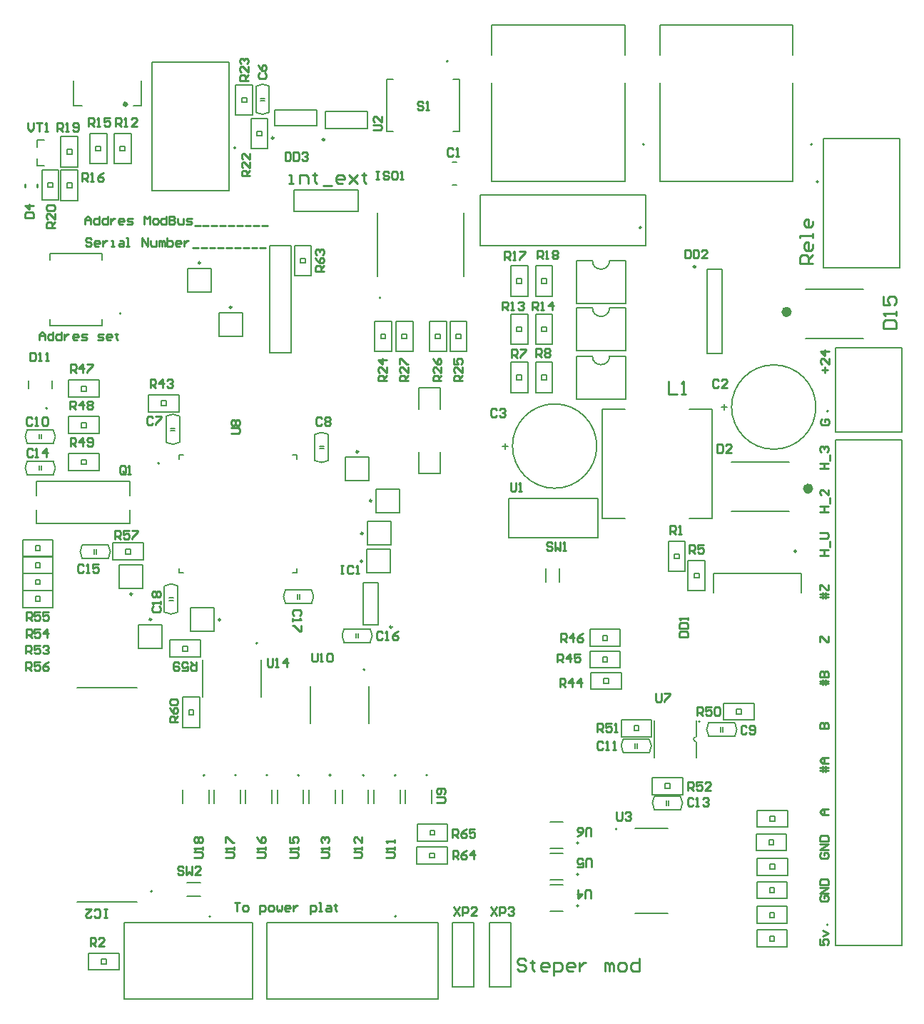
<source format=gto>
G04*
G04 #@! TF.GenerationSoftware,Altium Limited,Altium Designer,20.0.13 (296)*
G04*
G04 Layer_Color=65535*
%FSLAX44Y44*%
%MOMM*%
G71*
G01*
G75*
%ADD10C,0.2500*%
%ADD11C,0.6096*%
%ADD12C,0.2000*%
%ADD13C,0.1500*%
%ADD14C,0.1270*%
%ADD15C,0.1524*%
%ADD16C,0.5000*%
%ADD17C,0.1520*%
%ADD18C,0.2540*%
D10*
X927500Y537500D02*
G03*
X927500Y537500I-1250J0D01*
G01*
X367700Y1025500D02*
G03*
X367700Y1025500I-1250J0D01*
G01*
X307450Y1027500D02*
G03*
X307450Y1027500I-1250J0D01*
G01*
X139500Y486750D02*
G03*
X139500Y486750I-1250J0D01*
G01*
X808000Y874950D02*
G03*
X808000Y874950I-1250J0D01*
G01*
X257500Y826750D02*
G03*
X257500Y826750I-1250J0D01*
G01*
X220500Y879500D02*
G03*
X220500Y879500I-1250J0D01*
G01*
X407750Y655500D02*
G03*
X407750Y655500I-1250J0D01*
G01*
X423750Y597500D02*
G03*
X423750Y597500I-1250J0D01*
G01*
X413250Y558750D02*
G03*
X413250Y558750I-1250J0D01*
G01*
X412750Y525750D02*
G03*
X412750Y525750I-1250J0D01*
G01*
X447750Y447700D02*
G03*
X447750Y447700I-1250J0D01*
G01*
X244250Y456250D02*
G03*
X244250Y456250I-1250J0D01*
G01*
X162250Y456750D02*
G03*
X162250Y456750I-1250J0D01*
G01*
X12550Y968950D02*
Y972550D01*
X26950Y968950D02*
Y972550D01*
D11*
X919162Y821250D02*
G03*
X919162Y821250I-3162J0D01*
G01*
X944662Y611750D02*
G03*
X944662Y611750I-3162J0D01*
G01*
D12*
X38750Y707000D02*
G03*
X38750Y707000I-1000J0D01*
G01*
X434300Y838000D02*
G03*
X434300Y838000I-1000J0D01*
G01*
X288250Y428400D02*
G03*
X288250Y428400I-1000J0D01*
G01*
X163300Y134200D02*
G03*
X163300Y134200I-1000J0D01*
G01*
X950750Y708500D02*
G03*
X950750Y708500I-50000J0D01*
G01*
X690750Y662250D02*
G03*
X690750Y662250I-50000J0D01*
G01*
X669000Y117000D02*
G03*
X669000Y117000I-1000J0D01*
G01*
Y154500D02*
G03*
X669000Y154500I-1000J0D01*
G01*
Y191750D02*
G03*
X669000Y191750I-1000J0D01*
G01*
X225500Y271950D02*
G03*
X225500Y271950I-1000J0D01*
G01*
X263000D02*
G03*
X263000Y271950I-1000J0D01*
G01*
X300250D02*
G03*
X300250Y271950I-1000J0D01*
G01*
X337750D02*
G03*
X337750Y271950I-1000J0D01*
G01*
X375250D02*
G03*
X375250Y271950I-1000J0D01*
G01*
X414750D02*
G03*
X414750Y271950I-1000J0D01*
G01*
X490000D02*
G03*
X490000Y271950I-1000J0D01*
G01*
X452500D02*
G03*
X452500Y271950I-1000J0D01*
G01*
X126250Y819250D02*
G03*
X126250Y819250I-1000J0D01*
G01*
X514150Y1118650D02*
G03*
X514150Y1118650I-1000J0D01*
G01*
X171850Y641750D02*
G03*
X171850Y641750I-1000J0D01*
G01*
X953450Y975750D02*
G03*
X953450Y975750I-1000J0D01*
G01*
X965500Y703750D02*
G03*
X965500Y703750I-1000J0D01*
G01*
Y94750D02*
G03*
X965500Y94750I-1000J0D01*
G01*
X262200Y1015750D02*
G03*
X262200Y1015750I-1000J0D01*
G01*
X747100Y1019750D02*
G03*
X747100Y1019750I-1000J0D01*
G01*
X946600D02*
G03*
X946600Y1019750I-1000J0D01*
G01*
X714800Y208200D02*
G03*
X714800Y208200I-1000J0D01*
G01*
X232500Y104550D02*
G03*
X232500Y104550I-1000J0D01*
G01*
X415750Y397150D02*
G03*
X415750Y397150I-1000J0D01*
G01*
X452850Y104550D02*
G03*
X452850Y104550I-1000J0D01*
G01*
X303050Y899750D02*
X328450D01*
Y772750D02*
Y899750D01*
X303050Y772750D02*
Y899750D01*
Y772750D02*
X328450D01*
X933500Y488500D02*
Y511000D01*
X829500D02*
X933500D01*
X829500Y488500D02*
Y511000D01*
X838500Y708500D02*
X845500D01*
X842000Y705000D02*
Y712000D01*
X25500Y620250D02*
X136500D01*
X25500Y570250D02*
X136500D01*
Y603750D02*
Y620250D01*
Y570250D02*
Y586750D01*
X25500Y570250D02*
Y586750D01*
Y603750D02*
Y620250D01*
X578500Y662250D02*
X585500D01*
X582000Y658750D02*
Y665750D01*
X419000Y1039000D02*
Y1059000D01*
X369000Y1039000D02*
Y1059000D01*
X419000D01*
X369000Y1039000D02*
X419000D01*
X358750Y1042500D02*
Y1060500D01*
X308750Y1042500D02*
Y1060500D01*
X358750D01*
X308750Y1042500D02*
X358750D01*
X124250Y493250D02*
X152250D01*
X124250Y493250D02*
Y521250D01*
X152250D01*
X152250Y493250D02*
Y521250D01*
X407350Y940800D02*
Y966200D01*
X331150Y940800D02*
Y966200D01*
X407350D01*
X331150Y940800D02*
X407350D01*
X70250Y1065500D02*
X80250D01*
X70250D02*
Y1095500D01*
X141250Y1065500D02*
X150250D01*
Y1095500D01*
X821750Y772000D02*
X839750D01*
X821750Y872000D02*
X839750D01*
Y772000D02*
Y872000D01*
X821750Y772000D02*
Y872000D01*
X26250Y1017000D02*
Y1025000D01*
X35250D01*
X26250Y995000D02*
Y1003000D01*
Y995000D02*
X35250D01*
X242250Y820250D02*
X270250D01*
X270250Y792250D02*
Y820250D01*
X242250Y792250D02*
X270250D01*
X242250Y792250D02*
Y820250D01*
X205250Y873000D02*
X233250D01*
X233250Y845000D02*
Y873000D01*
X205250Y845000D02*
X233250D01*
X205250Y845000D02*
Y873000D01*
X392500Y649000D02*
X420500D01*
X420500Y621000D02*
Y649000D01*
X392500Y621000D02*
X420500D01*
X392500Y621000D02*
Y649000D01*
X429000Y583500D02*
Y611500D01*
X429000Y611500D02*
X457000D01*
Y583500D02*
Y611500D01*
X429000Y583500D02*
X457000D01*
X418500Y544750D02*
Y572750D01*
X418500Y572750D02*
X446500D01*
Y544750D02*
Y572750D01*
X418500Y544750D02*
X446500D01*
X505000Y630100D02*
Y655550D01*
X479250Y630100D02*
X505000D01*
X479250D02*
Y655550D01*
X479550Y706350D02*
Y731750D01*
X504950D01*
Y706350D02*
Y731750D01*
X418000Y511750D02*
Y539750D01*
X418000Y539750D02*
X446000D01*
Y511750D02*
Y539750D01*
X418000Y511750D02*
X446000D01*
X413500Y500250D02*
X431500D01*
X413500Y450250D02*
X431500D01*
X413500D02*
Y500250D01*
X431500Y450250D02*
Y500250D01*
X563800Y97500D02*
X589200D01*
X563800Y21300D02*
X589200D01*
X563800D02*
Y97500D01*
X589200Y21300D02*
Y97500D01*
X519800D02*
X545200D01*
X519800Y21300D02*
X545200D01*
X519800D02*
Y97500D01*
X545200Y21300D02*
Y97500D01*
X236500Y442250D02*
Y470250D01*
X208500Y442250D02*
X236500D01*
X208500D02*
Y470250D01*
X208500Y470250D02*
X236500D01*
X147000Y450250D02*
X175000D01*
X175000Y422250D02*
Y450250D01*
X147000Y422250D02*
X175000D01*
X147000Y422250D02*
Y450250D01*
X630500Y501250D02*
Y517250D01*
X646500Y501250D02*
Y517250D01*
X204750Y128250D02*
X220750D01*
X204750Y144250D02*
X220750D01*
D13*
X302262Y1088954D02*
G03*
X286350Y1088850I-7877J-12168D01*
G01*
X286238Y1057845D02*
G03*
X302150Y1057950I7877J12168D01*
G01*
X45954Y628237D02*
G03*
X45850Y644150I-12168J7877D01*
G01*
X14845Y644262D02*
G03*
X14950Y628350I12168J-7877D01*
G01*
X45954Y665488D02*
G03*
X45850Y681400I-12168J7877D01*
G01*
X14845Y681513D02*
G03*
X14950Y665600I12168J-7877D01*
G01*
X823546Y334263D02*
G03*
X823650Y318350I12168J-7877D01*
G01*
X854655Y318237D02*
G03*
X854550Y334150I-12168J7877D01*
G01*
X753204Y298738D02*
G03*
X753100Y314650I-12168J7877D01*
G01*
X722095Y314762D02*
G03*
X722200Y298850I12168J-7877D01*
G01*
X790204Y230987D02*
G03*
X790100Y246900I-12168J7877D01*
G01*
X759096Y247013D02*
G03*
X759200Y231100I12168J-7877D01*
G01*
X421954Y429487D02*
G03*
X421850Y445400I-12168J7877D01*
G01*
X390845Y445513D02*
G03*
X390950Y429600I12168J-7877D01*
G01*
X193762Y496455D02*
G03*
X177850Y496350I-7877J-12168D01*
G01*
X177738Y465345D02*
G03*
X193650Y465450I7877J12168D01*
G01*
X321296Y491763D02*
G03*
X321400Y475850I12168J-7877D01*
G01*
X352405Y475737D02*
G03*
X352300Y491650I-12168J7877D01*
G01*
X195763Y697704D02*
G03*
X179850Y697600I-7877J-12168D01*
G01*
X179737Y666595D02*
G03*
X195650Y666700I7877J12168D01*
G01*
X111205Y528988D02*
G03*
X111100Y544900I-12168J7877D01*
G01*
X80095Y545013D02*
G03*
X80200Y529100I12168J-7877D01*
G01*
X356237Y645045D02*
G03*
X372150Y645150I7877J12168D01*
G01*
X372262Y676155D02*
G03*
X356350Y676050I-7877J-12168D01*
G01*
X339000Y879500D02*
X344750D01*
X339000D02*
Y885000D01*
X344750D01*
Y879500D02*
Y885000D01*
X352000Y864250D02*
Y900250D01*
X332000Y864250D02*
X352000D01*
X332000Y900250D02*
X352000D01*
X332000Y864250D02*
Y900250D01*
X291550Y1074650D02*
X296850D01*
X291550Y1071850D02*
X296850D01*
X286250Y1058000D02*
Y1088750D01*
X302250Y1058000D02*
Y1088750D01*
X282250Y1054500D02*
Y1090500D01*
X262250Y1054500D02*
X282250D01*
X262250Y1090500D02*
X282250D01*
X262250Y1054500D02*
Y1090500D01*
X269500Y1069750D02*
Y1075250D01*
Y1069750D02*
X275250D01*
Y1075250D01*
X269500D02*
X275250D01*
X280250Y1014750D02*
Y1050750D01*
X300250D01*
X280250Y1014750D02*
X300250D01*
Y1050750D01*
X293000Y1030000D02*
Y1035500D01*
X287250D02*
X293000D01*
X287250Y1030000D02*
Y1035500D01*
Y1030000D02*
X293000D01*
X516750Y774500D02*
Y810500D01*
X536750D01*
X516750Y774500D02*
X536750D01*
Y810500D01*
X529500Y789750D02*
Y795250D01*
X523750D02*
X529500D01*
X523750Y789750D02*
Y795250D01*
Y789750D02*
X529500D01*
X512250Y774500D02*
Y810500D01*
X492250Y774500D02*
X512250D01*
X492250Y810500D02*
X512250D01*
X492250Y774500D02*
Y810500D01*
X499500Y789750D02*
Y795250D01*
Y789750D02*
X505250D01*
Y795250D01*
X499500D02*
X505250D01*
X452500Y774500D02*
Y810500D01*
X472500D01*
X452500Y774500D02*
X472500D01*
Y810500D01*
X465250Y789750D02*
Y795250D01*
X459500D02*
X465250D01*
X459500Y789750D02*
Y795250D01*
Y789750D02*
X465250D01*
X427500Y774500D02*
Y810500D01*
X447500D01*
X427500Y774500D02*
X447500D01*
Y810500D01*
X440250Y789750D02*
Y795250D01*
X434500D02*
X440250D01*
X434500Y789750D02*
Y795250D01*
Y789750D02*
X440250D01*
X589000Y725500D02*
Y761500D01*
X609000D01*
X589000Y725500D02*
X609000D01*
Y761500D01*
X601750Y740750D02*
Y746250D01*
X596000D02*
X601750D01*
X596000Y740750D02*
Y746250D01*
Y740750D02*
X601750D01*
X638250Y725500D02*
Y761500D01*
X618250Y725500D02*
X638250D01*
X618250Y761500D02*
X638250D01*
X618250Y725500D02*
Y761500D01*
X625500Y740750D02*
Y746250D01*
Y740750D02*
X631250D01*
Y746250D01*
X625500D02*
X631250D01*
X589000Y839750D02*
Y875750D01*
X609000D01*
X589000Y839750D02*
X609000D01*
Y875750D01*
X601750Y855000D02*
Y860500D01*
X596000D02*
X601750D01*
X596000Y855000D02*
Y860500D01*
Y855000D02*
X601750D01*
X589000Y782625D02*
Y818625D01*
X609000D01*
X589000Y782625D02*
X609000D01*
Y818625D01*
X601750Y797875D02*
Y803375D01*
X596000D02*
X601750D01*
X596000Y797875D02*
Y803375D01*
Y797875D02*
X601750D01*
X638250Y782625D02*
Y818625D01*
X618250Y782625D02*
X638250D01*
X618250Y818625D02*
X638250D01*
X618250Y782625D02*
Y818625D01*
X625500Y797875D02*
Y803375D01*
Y797875D02*
X631250D01*
Y803375D01*
X625500D02*
X631250D01*
X31650Y633650D02*
Y638950D01*
X28850Y633650D02*
Y638950D01*
X15000Y644250D02*
X45750D01*
X15000Y628250D02*
X45750D01*
X31650Y670900D02*
Y676200D01*
X28850Y670900D02*
Y676200D01*
X15000Y681500D02*
X45750D01*
X15000Y665500D02*
X45750D01*
X184500Y412250D02*
X220500D01*
X184500D02*
Y432250D01*
X220500Y412250D02*
Y432250D01*
X184500D02*
X220500D01*
X199750Y425000D02*
X205250D01*
X199750Y419250D02*
Y425000D01*
Y419250D02*
X205250D01*
Y425000D01*
X199750Y328500D02*
Y364500D01*
X219750D01*
X199750Y328500D02*
X219750D01*
Y364500D01*
X212500Y343750D02*
Y349250D01*
X206750D02*
X212500D01*
X206750Y343750D02*
Y349250D01*
Y343750D02*
X212500D01*
X684000Y373720D02*
X720000D01*
X684000D02*
Y393720D01*
X720000Y373720D02*
Y393720D01*
X684000D02*
X720000D01*
X699250Y386470D02*
X704750D01*
X699250Y380720D02*
Y386470D01*
Y380720D02*
X704750D01*
Y386470D01*
X682500Y425000D02*
X718500D01*
X682500D02*
Y445000D01*
X718500Y425000D02*
Y445000D01*
X682500D02*
X718500D01*
X697750Y437750D02*
X703250D01*
X697750Y432000D02*
Y437750D01*
Y432000D02*
X703250D01*
Y437750D01*
X682750Y399360D02*
X718750D01*
X682750D02*
Y419360D01*
X718750Y399360D02*
Y419360D01*
X682750D02*
X718750D01*
X698000Y412110D02*
X703500D01*
X698000Y406360D02*
Y412110D01*
Y406360D02*
X703500D01*
Y412110D01*
X841250Y357500D02*
X877250D01*
Y337500D02*
Y357500D01*
X841250Y337500D02*
Y357500D01*
Y337500D02*
X877250D01*
X856500Y344750D02*
X862000D01*
Y350500D01*
X856500D02*
X862000D01*
X856500Y344750D02*
Y350500D01*
X837850Y323550D02*
Y328850D01*
X840650Y323550D02*
Y328850D01*
X823750Y318250D02*
X854500D01*
X823750Y334250D02*
X854500D01*
X719750Y337500D02*
X755750D01*
Y317500D02*
Y337500D01*
X719750Y317500D02*
Y337500D01*
Y317500D02*
X755750D01*
X735000Y324750D02*
X740500D01*
Y330500D01*
X735000D02*
X740500D01*
X735000Y324750D02*
Y330500D01*
X738900Y304150D02*
Y309450D01*
X736100Y304150D02*
Y309450D01*
X722250Y314750D02*
X753000D01*
X722250Y298750D02*
X753000D01*
X756750Y269000D02*
X792750D01*
Y249000D02*
Y269000D01*
X756750Y249000D02*
Y269000D01*
Y249000D02*
X792750D01*
X772000Y256250D02*
X777500D01*
Y262000D01*
X772000D02*
X777500D01*
X772000Y256250D02*
Y262000D01*
X775900Y236400D02*
Y241700D01*
X773100Y236400D02*
Y241700D01*
X759250Y247000D02*
X790000D01*
X759250Y231000D02*
X790000D01*
X880750Y68500D02*
X916750D01*
X880750D02*
Y88500D01*
X916750Y68500D02*
Y88500D01*
X880750D02*
X916750D01*
X896000Y81250D02*
X901500D01*
X896000Y75500D02*
Y81250D01*
Y75500D02*
X901500D01*
Y81250D01*
X880750Y96500D02*
X916750D01*
X880750D02*
Y116500D01*
X916750Y96500D02*
Y116500D01*
X880750D02*
X916750D01*
X896000Y109250D02*
X901500D01*
X896000Y103500D02*
Y109250D01*
Y103500D02*
X901500D01*
Y109250D01*
X880750Y125750D02*
X916750D01*
X880750D02*
Y145750D01*
X916750Y125750D02*
Y145750D01*
X880750D02*
X916750D01*
X896000Y138500D02*
X901500D01*
X896000Y132750D02*
Y138500D01*
Y132750D02*
X901500D01*
Y138500D01*
X881000Y153500D02*
X917000D01*
X881000D02*
Y173500D01*
X917000Y153500D02*
Y173500D01*
X881000D02*
X917000D01*
X896250Y166250D02*
X901750D01*
X896250Y160500D02*
Y166250D01*
Y160500D02*
X901750D01*
Y166250D01*
X881000Y210500D02*
X917000D01*
X881000D02*
Y230500D01*
X917000Y210500D02*
Y230500D01*
X881000D02*
X917000D01*
X896250Y223250D02*
X901750D01*
X896250Y217500D02*
Y223250D01*
Y217500D02*
X901750D01*
Y223250D01*
X879750Y182500D02*
X915750D01*
X879750D02*
Y202500D01*
X915750Y182500D02*
Y202500D01*
X879750D02*
X915750D01*
X895000Y195250D02*
X900500D01*
X895000Y189500D02*
Y195250D01*
Y189500D02*
X900500D01*
Y195250D01*
X407650Y434900D02*
Y440200D01*
X404850Y434900D02*
Y440200D01*
X391000Y445500D02*
X421750D01*
X391000Y429500D02*
X421750D01*
X477750Y194000D02*
X513750D01*
X477750D02*
Y214000D01*
X513750Y194000D02*
Y214000D01*
X477750D02*
X513750D01*
X493000Y206750D02*
X498500D01*
X493000Y201000D02*
Y206750D01*
Y201000D02*
X498500D01*
Y206750D01*
X477250Y167000D02*
X513250D01*
X477250D02*
Y187000D01*
X513250Y167000D02*
Y187000D01*
X477250D02*
X513250D01*
X492500Y179750D02*
X498000D01*
X492500Y174000D02*
Y179750D01*
Y174000D02*
X498000D01*
Y179750D01*
X89250Y997000D02*
Y1033000D01*
X109250D01*
X89250Y997000D02*
X109250D01*
Y1033000D01*
X102000Y1012250D02*
Y1017750D01*
X96250D02*
X102000D01*
X96250Y1012250D02*
Y1017750D01*
Y1012250D02*
X102000D01*
X55000Y993000D02*
Y1029000D01*
X75000D01*
X55000Y993000D02*
X75000D01*
Y1029000D01*
X67750Y1008250D02*
Y1013750D01*
X62000D02*
X67750D01*
X62000Y1008250D02*
Y1013750D01*
Y1008250D02*
X67750D01*
X55000Y953500D02*
Y989500D01*
X75000D01*
X55000Y953500D02*
X75000D01*
Y989500D01*
X67750Y968750D02*
Y974250D01*
X62000D02*
X67750D01*
X62000Y968750D02*
Y974250D01*
Y968750D02*
X67750D01*
X32250Y953750D02*
Y989750D01*
X52250D01*
X32250Y953750D02*
X52250D01*
Y989750D01*
X45000Y969000D02*
Y974500D01*
X39250D02*
X45000D01*
X39250Y969000D02*
Y974500D01*
Y969000D02*
X45000D01*
X183050Y482150D02*
X188350D01*
X183050Y479350D02*
X188350D01*
X177750Y465500D02*
Y496250D01*
X193750Y465500D02*
Y496250D01*
X335600Y481050D02*
Y486350D01*
X338400Y481050D02*
Y486350D01*
X321500Y475750D02*
X352250D01*
X321500Y491750D02*
X352250D01*
X185050Y683400D02*
X190350D01*
X185050Y680600D02*
X190350D01*
X179750Y666750D02*
Y697500D01*
X195750Y666750D02*
Y697500D01*
X9500Y511000D02*
X45500D01*
X9500Y491000D02*
Y511000D01*
X45500Y491000D02*
Y511000D01*
X9500Y491000D02*
X45500D01*
X24750Y498250D02*
X30250D01*
X24750D02*
Y504000D01*
X30250D01*
Y498250D02*
Y504000D01*
X9500Y531000D02*
X45500D01*
X9500Y511000D02*
Y531000D01*
X45500Y511000D02*
Y531000D01*
X9500Y511000D02*
X45500D01*
X24750Y518250D02*
X30250D01*
X24750D02*
Y524000D01*
X30250D01*
Y518250D02*
Y524000D01*
X9500Y551250D02*
X45500D01*
X9500Y531250D02*
Y551250D01*
X45500Y531250D02*
Y551250D01*
X9500Y531250D02*
X45500D01*
X24750Y538500D02*
X30250D01*
X24750D02*
Y544250D01*
X30250D01*
Y538500D02*
Y544250D01*
X9500Y490750D02*
X45500D01*
X9500Y470750D02*
Y490750D01*
X45500Y470750D02*
Y490750D01*
X9500Y470750D02*
X45500D01*
X24750Y478000D02*
X30250D01*
X24750D02*
Y483750D01*
X30250D01*
Y478000D02*
Y483750D01*
X116750Y527500D02*
X152750D01*
X116750D02*
Y547500D01*
X152750Y527500D02*
Y547500D01*
X116750D02*
X152750D01*
X132000Y540250D02*
X137500D01*
X132000Y534500D02*
Y540250D01*
Y534500D02*
X137500D01*
Y540250D01*
X96900Y534400D02*
Y539700D01*
X94100Y534400D02*
Y539700D01*
X80250Y545000D02*
X111000D01*
X80250Y529000D02*
X111000D01*
X775750Y513750D02*
Y549750D01*
X795750D01*
X775750Y513750D02*
X795750D01*
Y549750D01*
X788500Y529000D02*
Y534500D01*
X782750D02*
X788500D01*
X782750Y529000D02*
Y534500D01*
Y529000D02*
X788500D01*
X88000Y61000D02*
X124000D01*
Y41000D02*
Y61000D01*
X88000Y41000D02*
Y61000D01*
Y41000D02*
X124000D01*
X103250Y48250D02*
X108750D01*
Y54000D01*
X103250D02*
X108750D01*
X103250Y48250D02*
Y54000D01*
X819000Y490750D02*
Y526750D01*
X799000Y490750D02*
X819000D01*
X799000Y526750D02*
X819000D01*
X799000Y490750D02*
Y526750D01*
X806250Y506000D02*
Y511500D01*
Y506000D02*
X812000D01*
Y511500D01*
X806250D02*
X812000D01*
X118250Y997000D02*
Y1033000D01*
X138250D01*
X118250Y997000D02*
X138250D01*
Y1033000D01*
X131000Y1012250D02*
Y1017750D01*
X125250D02*
X131000D01*
X125250Y1012250D02*
Y1017750D01*
Y1012250D02*
X131000D01*
X638250Y839750D02*
Y875750D01*
X618250Y839750D02*
X638250D01*
X618250Y875750D02*
X638250D01*
X618250Y839750D02*
Y875750D01*
X625500Y855000D02*
Y860500D01*
Y855000D02*
X631250D01*
Y860500D01*
X625500D02*
X631250D01*
X159000Y703000D02*
X195000D01*
X159000D02*
Y723000D01*
X195000Y703000D02*
Y723000D01*
X159000D02*
X195000D01*
X174250Y715750D02*
X179750D01*
X174250Y710000D02*
Y715750D01*
Y710000D02*
X179750D01*
Y715750D01*
X64250Y720500D02*
X100250D01*
X64250D02*
Y740500D01*
X100250Y720500D02*
Y740500D01*
X64250D02*
X100250D01*
X79500Y733250D02*
X85000D01*
X79500Y727500D02*
Y733250D01*
Y727500D02*
X85000D01*
Y733250D01*
X361650Y659350D02*
X366950D01*
X361650Y662150D02*
X366950D01*
X372250Y645250D02*
Y676000D01*
X356250Y645250D02*
Y676000D01*
X64250Y677375D02*
X100250D01*
X64250D02*
Y697375D01*
X100250Y677375D02*
Y697375D01*
X64250D02*
X100250D01*
X79500Y690125D02*
X85000D01*
X79500Y684375D02*
Y690125D01*
Y684375D02*
X85000D01*
Y690125D01*
X64250Y633500D02*
X100250D01*
X64250D02*
Y653500D01*
X100250Y633500D02*
Y653500D01*
X64250D02*
X100250D01*
X79500Y646250D02*
X85000D01*
X79500Y640500D02*
Y646250D01*
Y640500D02*
X85000D01*
Y646250D01*
D14*
X743814Y921250D02*
G03*
X743814Y921250I-1414J0D01*
G01*
X519400Y999000D02*
X524600D01*
X519400Y972000D02*
X524600D01*
X938700Y790050D02*
X1007300D01*
X938700Y848450D02*
X1007300D01*
X16750Y730250D02*
Y740250D01*
X44750Y730250D02*
Y740250D01*
X533250Y863500D02*
Y938500D01*
X430250Y863500D02*
Y938500D01*
X223500Y364500D02*
Y408500D01*
X292500Y364500D02*
Y408500D01*
X74000Y121500D02*
X145000D01*
X74000Y375500D02*
X145000D01*
X635000Y110900D02*
X651000D01*
X635000Y142100D02*
X651000D01*
X635000Y148400D02*
X651000D01*
X635000Y179600D02*
X651000D01*
X635000Y185650D02*
X651000D01*
X635000Y216850D02*
X651000D01*
X230600Y238950D02*
Y254950D01*
X199400Y238950D02*
Y254950D01*
X268100Y238950D02*
Y254950D01*
X236900Y238950D02*
Y254950D01*
X305350Y238950D02*
Y254950D01*
X274150Y238950D02*
Y254950D01*
X342850Y238950D02*
Y254950D01*
X311650Y238950D02*
Y254950D01*
X380350Y238950D02*
Y254950D01*
X349150Y238950D02*
Y254950D01*
X419850Y238950D02*
Y254950D01*
X388650Y238950D02*
Y254950D01*
X495100Y238950D02*
Y254950D01*
X463900Y238950D02*
Y254950D01*
X457600Y238950D02*
Y254950D01*
X426400Y238950D02*
Y254950D01*
X41750Y804650D02*
X103750D01*
X41750Y890850D02*
X103750D01*
Y804650D02*
Y812550D01*
X41750Y882950D02*
Y890850D01*
X103750Y882950D02*
Y890850D01*
X41750Y804650D02*
Y812550D01*
X527750Y1035150D02*
Y1097150D01*
X441550Y1035150D02*
Y1097150D01*
X519850D02*
X527750D01*
X441550Y1035150D02*
X449450D01*
X441550Y1097150D02*
X449450D01*
X519850Y1035150D02*
X527750D01*
X329850Y511750D02*
X335250D01*
X329850Y651750D02*
X335250D01*
X195250Y511750D02*
X200650D01*
X195250Y651750D02*
X200650D01*
X335250Y511750D02*
Y517150D01*
Y646350D02*
Y651750D01*
X195250Y511750D02*
Y517150D01*
Y646350D02*
Y651750D01*
X1050450Y873950D02*
Y1026450D01*
X959450Y873950D02*
X1050450D01*
X959450Y1026450D02*
X1050450D01*
X959450Y873950D02*
Y1026450D01*
X974500Y678750D02*
X1052500D01*
X974500Y778750D02*
X1052500D01*
X974500Y678750D02*
Y778750D01*
X1052500Y678750D02*
Y778750D01*
Y69750D02*
Y669750D01*
X974500Y69750D02*
Y669750D01*
X1052500D01*
X974500Y69750D02*
X1052500D01*
X748900Y899750D02*
Y959750D01*
X552400Y899750D02*
X748900D01*
X552400D02*
Y959750D01*
X748900D01*
X163200Y965050D02*
Y1117550D01*
X254200D01*
X163200Y965050D02*
X254200D01*
Y1117550D01*
X850200Y642950D02*
X918800D01*
X850200Y584550D02*
X918800D01*
X724000Y975750D02*
Y1092550D01*
X566000Y975750D02*
X724000D01*
X566000D02*
Y1092550D01*
Y1161750D02*
X724000D01*
Y1125950D02*
Y1161750D01*
X566000Y1125950D02*
Y1161750D01*
X923500Y975750D02*
Y1092550D01*
X765500Y975750D02*
X923500D01*
X765500D02*
Y1092550D01*
Y1161750D02*
X923500D01*
Y1125950D02*
Y1161750D01*
X765500Y1125950D02*
Y1161750D01*
X735750Y108100D02*
X774750D01*
X735750Y209400D02*
X774750D01*
X129700Y6550D02*
X282200D01*
X129700D02*
Y97550D01*
X282200Y6550D02*
Y97550D01*
X129700D02*
X282200D01*
X351000Y333250D02*
Y377250D01*
X420000Y333250D02*
Y377250D01*
X299550Y6550D02*
X502550D01*
Y97550D01*
X299550D02*
X502550D01*
X299550Y6550D02*
Y97550D01*
D15*
X685590Y768900D02*
G03*
X705910Y768900I10160J0D01*
G01*
X685590Y826150D02*
G03*
X705910Y826150I10160J0D01*
G01*
X685590Y882150D02*
G03*
X705910Y882150I10160J0D01*
G01*
X808642Y317798D02*
G03*
X808642Y311702I0J-3048D01*
G01*
X813012Y335750D02*
G03*
X813012Y335750I-762J0D01*
G01*
X697500Y576250D02*
Y706250D01*
X827500Y576250D02*
Y706250D01*
X586668Y600038D02*
X692332D01*
X586668Y553302D02*
Y600038D01*
Y553302D02*
X692332D01*
Y600038D01*
X666540Y768900D02*
X685590D01*
X705910D02*
X724960D01*
X666540Y718100D02*
X724960D01*
X666540D02*
Y768900D01*
X724960Y718100D02*
Y768900D01*
X666540Y826150D02*
X685590D01*
X705910D02*
X724960D01*
X666540Y775350D02*
X724960D01*
X666540D02*
Y826150D01*
X724960Y775350D02*
Y826150D01*
X666540Y882150D02*
X685590D01*
X705910D02*
X724960D01*
X666540Y831350D02*
X724960D01*
X666540D02*
Y882150D01*
X724960Y831350D02*
Y882150D01*
X758858Y292652D02*
Y336848D01*
X808642Y292652D02*
Y311702D01*
Y317798D02*
Y336848D01*
D16*
X132250Y1067500D02*
G03*
X132250Y1067500I-1000J0D01*
G01*
D17*
X697500Y576250D02*
Y576480D01*
Y576250D02*
Y576480D01*
X724400D01*
X827500Y576250D02*
Y576480D01*
X800600D02*
X827500D01*
X697500Y706020D02*
Y706250D01*
Y706020D02*
X724400D01*
X827500D02*
Y706250D01*
X800600Y706020D02*
X827500D01*
D18*
X961212Y749540D02*
Y756205D01*
X957879Y752872D02*
X964544D01*
X966210Y766201D02*
Y759537D01*
X959546Y766201D01*
X957879D01*
X956213Y764535D01*
Y761203D01*
X957879Y759537D01*
X966210Y774532D02*
X956213D01*
X961212Y769533D01*
Y776198D01*
X957879Y693954D02*
X956213Y692288D01*
Y688956D01*
X957879Y687290D01*
X964544D01*
X966210Y688956D01*
Y692288D01*
X964544Y693954D01*
X961212D01*
Y690622D01*
X955463Y635290D02*
X965460D01*
X960462D01*
Y641954D01*
X955463D01*
X965460D01*
X967126Y645287D02*
Y651951D01*
X957129Y655284D02*
X955463Y656950D01*
Y660282D01*
X957129Y661948D01*
X958795D01*
X960462Y660282D01*
Y658616D01*
Y660282D01*
X962128Y661948D01*
X963794D01*
X965460Y660282D01*
Y656950D01*
X963794Y655284D01*
X955463Y583994D02*
X965460D01*
X960462D01*
Y590659D01*
X955463D01*
X965460D01*
X967126Y593991D02*
Y600656D01*
X965460Y610653D02*
Y603988D01*
X958795Y610653D01*
X957129D01*
X955463Y608987D01*
Y605654D01*
X957129Y603988D01*
X955463Y532699D02*
X965460D01*
X960462D01*
Y539364D01*
X955463D01*
X965460D01*
X967126Y542696D02*
Y549360D01*
X955463Y552693D02*
X963794D01*
X965460Y554359D01*
Y557691D01*
X963794Y559357D01*
X955463D01*
X965460Y483070D02*
X955463D01*
Y486402D02*
X965460D01*
X958795Y481404D02*
Y486402D01*
Y488068D01*
X962128Y481404D02*
Y488068D01*
X955463Y491400D02*
Y498065D01*
X957129D01*
X963794Y491400D01*
X965460D01*
Y498065D01*
X955463Y430108D02*
Y436773D01*
X957129D01*
X963794Y430108D01*
X965460D01*
Y436773D01*
Y380479D02*
X955463D01*
Y383811D02*
X965460D01*
X958795Y378813D02*
Y383811D01*
Y385477D01*
X962128Y378813D02*
Y385477D01*
X955463Y388810D02*
X965460D01*
Y393808D01*
X963794Y395474D01*
X962128D01*
X960462Y393808D01*
Y388810D01*
Y393808D01*
X958795Y395474D01*
X957129D01*
X955463Y393808D01*
Y388810D01*
Y327517D02*
X965460D01*
Y332516D01*
X963794Y334182D01*
X962128D01*
X960462Y332516D01*
Y327517D01*
Y332516D01*
X958795Y334182D01*
X957129D01*
X955463Y332516D01*
Y327517D01*
X965460Y277888D02*
X955463D01*
Y281220D02*
X965460D01*
X958795Y276222D02*
Y281220D01*
Y282886D01*
X962128Y276222D02*
Y282886D01*
X965460Y286219D02*
X958795D01*
X955463Y289551D01*
X958795Y292883D01*
X965460D01*
X960462D01*
Y286219D01*
X965460Y224926D02*
X958795D01*
X955463Y228259D01*
X958795Y231591D01*
X965460D01*
X960462D01*
Y224926D01*
X957129Y180295D02*
X955463Y178629D01*
Y175297D01*
X957129Y173631D01*
X963794D01*
X965460Y175297D01*
Y178629D01*
X963794Y180295D01*
X960462D01*
Y176963D01*
X965460Y183628D02*
X955463D01*
X965460Y190292D01*
X955463D01*
Y193624D02*
X965460D01*
Y198623D01*
X963794Y200289D01*
X957129D01*
X955463Y198623D01*
Y193624D01*
X957129Y129000D02*
X955463Y127334D01*
Y124002D01*
X957129Y122336D01*
X963794D01*
X965460Y124002D01*
Y127334D01*
X963794Y129000D01*
X960462D01*
Y125668D01*
X965460Y132332D02*
X955463D01*
X965460Y138997D01*
X955463D01*
Y142329D02*
X965460D01*
Y147327D01*
X963794Y148994D01*
X957129D01*
X955463Y147327D01*
Y142329D01*
Y77705D02*
Y71040D01*
X960462D01*
X958795Y74372D01*
Y76038D01*
X960462Y77705D01*
X963794D01*
X965460Y76038D01*
Y72706D01*
X963794Y71040D01*
X958795Y81037D02*
X965460Y84369D01*
X958795Y87701D01*
X260790Y121119D02*
X267454D01*
X264122D01*
Y111122D01*
X272453D02*
X275785D01*
X277451Y112788D01*
Y116121D01*
X275785Y117787D01*
X272453D01*
X270787Y116121D01*
Y112788D01*
X272453Y111122D01*
X290780Y107790D02*
Y117787D01*
X295779D01*
X297445Y116121D01*
Y112788D01*
X295779Y111122D01*
X290780D01*
X302443D02*
X305776D01*
X307442Y112788D01*
Y116121D01*
X305776Y117787D01*
X302443D01*
X300777Y116121D01*
Y112788D01*
X302443Y111122D01*
X310774Y117787D02*
Y112788D01*
X312440Y111122D01*
X314106Y112788D01*
X315772Y111122D01*
X317438Y112788D01*
Y117787D01*
X325769Y111122D02*
X322437D01*
X320771Y112788D01*
Y116121D01*
X322437Y117787D01*
X325769D01*
X327435Y116121D01*
Y114454D01*
X320771D01*
X330768Y117787D02*
Y111122D01*
Y114454D01*
X332434Y116121D01*
X334100Y117787D01*
X335766D01*
X350761Y107790D02*
Y117787D01*
X355759D01*
X357425Y116121D01*
Y112788D01*
X355759Y111122D01*
X350761D01*
X360758D02*
X364090D01*
X362424D01*
Y121119D01*
X360758D01*
X370755Y117787D02*
X374087D01*
X375753Y116121D01*
Y111122D01*
X370755D01*
X369088Y112788D01*
X370755Y114454D01*
X375753D01*
X380751Y119453D02*
Y117787D01*
X379085D01*
X382417D01*
X380751D01*
Y112788D01*
X382417Y111122D01*
X29040Y787790D02*
Y794454D01*
X32372Y797787D01*
X35705Y794454D01*
Y787790D01*
Y792788D01*
X29040D01*
X45701Y797787D02*
Y787790D01*
X40703D01*
X39037Y789456D01*
Y792788D01*
X40703Y794454D01*
X45701D01*
X55698Y797787D02*
Y787790D01*
X50700D01*
X49034Y789456D01*
Y792788D01*
X50700Y794454D01*
X55698D01*
X59030D02*
Y787790D01*
Y791122D01*
X60697Y792788D01*
X62363Y794454D01*
X64029D01*
X74026Y787790D02*
X70693D01*
X69027Y789456D01*
Y792788D01*
X70693Y794454D01*
X74026D01*
X75692Y792788D01*
Y791122D01*
X69027D01*
X79024Y787790D02*
X84022D01*
X85688Y789456D01*
X84022Y791122D01*
X80690D01*
X79024Y792788D01*
X80690Y794454D01*
X85688D01*
X99017Y787790D02*
X104016D01*
X105682Y789456D01*
X104016Y791122D01*
X100684D01*
X99017Y792788D01*
X100684Y794454D01*
X105682D01*
X114013Y787790D02*
X110680D01*
X109014Y789456D01*
Y792788D01*
X110680Y794454D01*
X114013D01*
X115679Y792788D01*
Y791122D01*
X109014D01*
X120677Y796121D02*
Y794454D01*
X119011D01*
X122343D01*
X120677D01*
Y789456D01*
X122343Y787790D01*
X91205Y907287D02*
X89538Y908953D01*
X86206D01*
X84540Y907287D01*
Y905621D01*
X86206Y903954D01*
X89538D01*
X91205Y902288D01*
Y900622D01*
X89538Y898956D01*
X86206D01*
X84540Y900622D01*
X99535Y898956D02*
X96203D01*
X94537Y900622D01*
Y903954D01*
X96203Y905621D01*
X99535D01*
X101201Y903954D01*
Y902288D01*
X94537D01*
X104534Y905621D02*
Y898956D01*
Y902288D01*
X106200Y903954D01*
X107866Y905621D01*
X109532D01*
X114530Y898956D02*
X117863D01*
X116196D01*
Y905621D01*
X114530D01*
X124527D02*
X127859D01*
X129525Y903954D01*
Y898956D01*
X124527D01*
X122861Y900622D01*
X124527Y902288D01*
X129525D01*
X132858Y898956D02*
X136190D01*
X134524D01*
Y908953D01*
X132858D01*
X151185Y898956D02*
Y908953D01*
X157850Y898956D01*
Y908953D01*
X161182Y905621D02*
Y900622D01*
X162848Y898956D01*
X167847D01*
Y905621D01*
X171179Y898956D02*
Y905621D01*
X172845D01*
X174511Y903954D01*
Y898956D01*
Y903954D01*
X176177Y905621D01*
X177843Y903954D01*
Y898956D01*
X181175Y908953D02*
Y898956D01*
X186174D01*
X187840Y900622D01*
Y902288D01*
Y903954D01*
X186174Y905621D01*
X181175D01*
X196171Y898956D02*
X192838D01*
X191172Y900622D01*
Y903954D01*
X192838Y905621D01*
X196171D01*
X197837Y903954D01*
Y902288D01*
X191172D01*
X201169Y905621D02*
Y898956D01*
Y902288D01*
X202835Y903954D01*
X204501Y905621D01*
X206168D01*
X211166Y897290D02*
X217830D01*
X221163D02*
X227827D01*
X231159D02*
X237824D01*
X241156D02*
X247821D01*
X251153D02*
X257817D01*
X261150D02*
X267814D01*
X271147D02*
X277811D01*
X281143D02*
X287808D01*
X291140D02*
X297805D01*
X83540Y924956D02*
Y931621D01*
X86872Y934953D01*
X90204Y931621D01*
Y924956D01*
Y929955D01*
X83540D01*
X100201Y934953D02*
Y924956D01*
X95203D01*
X93537Y926622D01*
Y929955D01*
X95203Y931621D01*
X100201D01*
X110198Y934953D02*
Y924956D01*
X105200D01*
X103533Y926622D01*
Y929955D01*
X105200Y931621D01*
X110198D01*
X113530D02*
Y924956D01*
Y928288D01*
X115197Y929955D01*
X116863Y931621D01*
X118529D01*
X128525Y924956D02*
X125193D01*
X123527Y926622D01*
Y929955D01*
X125193Y931621D01*
X128525D01*
X130192Y929955D01*
Y928288D01*
X123527D01*
X133524Y924956D02*
X138522D01*
X140188Y926622D01*
X138522Y928288D01*
X135190D01*
X133524Y929955D01*
X135190Y931621D01*
X140188D01*
X153517Y924956D02*
Y934953D01*
X156850Y931621D01*
X160182Y934953D01*
Y924956D01*
X165180D02*
X168513D01*
X170179Y926622D01*
Y929955D01*
X168513Y931621D01*
X165180D01*
X163514Y929955D01*
Y926622D01*
X165180Y924956D01*
X180175Y934953D02*
Y924956D01*
X175177D01*
X173511Y926622D01*
Y929955D01*
X175177Y931621D01*
X180175D01*
X183508Y934953D02*
Y924956D01*
X188506D01*
X190172Y926622D01*
Y928288D01*
X188506Y929955D01*
X183508D01*
X188506D01*
X190172Y931621D01*
Y933287D01*
X188506Y934953D01*
X183508D01*
X193505Y931621D02*
Y926622D01*
X195171Y924956D01*
X200169D01*
Y931621D01*
X203501Y924956D02*
X208500D01*
X210166Y926622D01*
X208500Y928288D01*
X205168D01*
X203501Y929955D01*
X205168Y931621D01*
X210166D01*
X213498Y923290D02*
X220163D01*
X223495D02*
X230159D01*
X233492D02*
X240156D01*
X243489D02*
X250153D01*
X253485D02*
X260150D01*
X263482D02*
X270147D01*
X273479D02*
X280143D01*
X283476D02*
X290140D01*
X293472D02*
X300137D01*
X946710Y878290D02*
X931475D01*
Y885908D01*
X934014Y888447D01*
X939092D01*
X941632Y885908D01*
Y878290D01*
Y883368D02*
X946710Y888447D01*
Y901143D02*
Y896064D01*
X944171Y893525D01*
X939092D01*
X936553Y896064D01*
Y901143D01*
X939092Y903682D01*
X941632D01*
Y893525D01*
X946710Y908760D02*
Y913839D01*
Y911299D01*
X931475D01*
Y908760D01*
X946710Y929073D02*
Y923995D01*
X944171Y921456D01*
X939092D01*
X936553Y923995D01*
Y929073D01*
X939092Y931613D01*
X941632D01*
Y921456D01*
X325290Y973829D02*
X330368D01*
X327829D01*
Y983986D01*
X325290D01*
X337986Y973829D02*
Y983986D01*
X345603D01*
X348143Y981447D01*
Y973829D01*
X355760Y986525D02*
Y983986D01*
X353221D01*
X358299D01*
X355760D01*
Y976368D01*
X358299Y973829D01*
X365917Y971290D02*
X376074D01*
X388769Y973829D02*
X383691D01*
X381152Y976368D01*
Y981447D01*
X383691Y983986D01*
X388769D01*
X391309Y981447D01*
Y978907D01*
X381152D01*
X396387Y983986D02*
X406544Y973829D01*
X401465Y978907D01*
X406544Y983986D01*
X396387Y973829D01*
X414161Y986525D02*
Y983986D01*
X411622D01*
X416700D01*
X414161D01*
Y976368D01*
X416700Y973829D01*
X606947Y52564D02*
X604408Y55103D01*
X599329D01*
X596790Y52564D01*
Y50025D01*
X599329Y47486D01*
X604408D01*
X606947Y44947D01*
Y42407D01*
X604408Y39868D01*
X599329D01*
X596790Y42407D01*
X614564Y52564D02*
Y50025D01*
X612025D01*
X617103D01*
X614564D01*
Y42407D01*
X617103Y39868D01*
X632338D02*
X627260D01*
X624721Y42407D01*
Y47486D01*
X627260Y50025D01*
X632338D01*
X634878Y47486D01*
Y44947D01*
X624721D01*
X639956Y34790D02*
Y50025D01*
X647574D01*
X650113Y47486D01*
Y42407D01*
X647574Y39868D01*
X639956D01*
X662809D02*
X657730D01*
X655191Y42407D01*
Y47486D01*
X657730Y50025D01*
X662809D01*
X665348Y47486D01*
Y44947D01*
X655191D01*
X670426Y50025D02*
Y39868D01*
Y44947D01*
X672965Y47486D01*
X675505Y50025D01*
X678044D01*
X700896Y39868D02*
Y50025D01*
X703436D01*
X705975Y47486D01*
Y39868D01*
Y47486D01*
X708514Y50025D01*
X711053Y47486D01*
Y39868D01*
X718671D02*
X723749D01*
X726288Y42407D01*
Y47486D01*
X723749Y50025D01*
X718671D01*
X716131Y47486D01*
Y42407D01*
X718671Y39868D01*
X741523Y55103D02*
Y39868D01*
X733906D01*
X731367Y42407D01*
Y47486D01*
X733906Y50025D01*
X741523D01*
X775843Y738617D02*
Y723382D01*
X786000D01*
X791078D02*
X796157D01*
X793618D01*
Y738617D01*
X791078Y736078D01*
X1030632Y801956D02*
X1045867D01*
Y809574D01*
X1043328Y812113D01*
X1033172D01*
X1030632Y809574D01*
Y801956D01*
X1045867Y817191D02*
Y822270D01*
Y819730D01*
X1030632D01*
X1033172Y817191D01*
X1030632Y840044D02*
Y829887D01*
X1038250D01*
X1035711Y834966D01*
Y837505D01*
X1038250Y840044D01*
X1043328D01*
X1045867Y837505D01*
Y832426D01*
X1043328Y829887D01*
X565334Y116005D02*
X571998Y106008D01*
Y116005D02*
X565334Y106008D01*
X575331D02*
Y116005D01*
X580329D01*
X581995Y114339D01*
Y111006D01*
X580329Y109340D01*
X575331D01*
X585327Y114339D02*
X586994Y116005D01*
X590326D01*
X591992Y114339D01*
Y112673D01*
X590326Y111006D01*
X588660D01*
X590326D01*
X591992Y109340D01*
Y107674D01*
X590326Y106008D01*
X586994D01*
X585327Y107674D01*
X521330Y116107D02*
X527994Y106110D01*
Y116107D02*
X521330Y106110D01*
X531327D02*
Y116107D01*
X536325D01*
X537991Y114441D01*
Y111108D01*
X536325Y109442D01*
X531327D01*
X547988Y106110D02*
X541324D01*
X547988Y112774D01*
Y114441D01*
X546322Y116107D01*
X542990D01*
X541324Y114441D01*
X15698Y1045507D02*
Y1038842D01*
X19030Y1035510D01*
X22362Y1038842D01*
Y1045507D01*
X25695D02*
X32359D01*
X29027D01*
Y1035510D01*
X35692D02*
X39024D01*
X37358D01*
Y1045507D01*
X35692Y1043841D01*
X213002Y174004D02*
X221332D01*
X222998Y175670D01*
Y179002D01*
X221332Y180669D01*
X213002D01*
X222998Y184001D02*
Y187333D01*
Y185667D01*
X213002D01*
X214668Y184001D01*
Y192332D02*
X213002Y193998D01*
Y197330D01*
X214668Y198996D01*
X216334D01*
X218000Y197330D01*
X219666Y198996D01*
X221332D01*
X222998Y197330D01*
Y193998D01*
X221332Y192332D01*
X219666D01*
X218000Y193998D01*
X216334Y192332D01*
X214668D01*
X218000Y193998D02*
Y197330D01*
X250502Y174004D02*
X258832D01*
X260498Y175670D01*
Y179002D01*
X258832Y180669D01*
X250502D01*
X260498Y184001D02*
Y187333D01*
Y185667D01*
X250502D01*
X252168Y184001D01*
X250502Y192332D02*
Y198996D01*
X252168D01*
X258832Y192332D01*
X260498D01*
X287281Y174004D02*
X295612D01*
X297278Y175670D01*
Y179002D01*
X295612Y180669D01*
X287281D01*
X297278Y184001D02*
Y187333D01*
Y185667D01*
X287281D01*
X288948Y184001D01*
X287281Y198996D02*
X288948Y195664D01*
X292280Y192332D01*
X295612D01*
X297278Y193998D01*
Y197330D01*
X295612Y198996D01*
X293946D01*
X292280Y197330D01*
Y192332D01*
X326252Y174004D02*
X334582D01*
X336248Y175670D01*
Y179002D01*
X334582Y180669D01*
X326252D01*
X336248Y184001D02*
Y187333D01*
Y185667D01*
X326252D01*
X327918Y184001D01*
X326252Y198996D02*
Y192332D01*
X331250D01*
X329584Y195664D01*
Y197330D01*
X331250Y198996D01*
X334582D01*
X336248Y197330D01*
Y193998D01*
X334582Y192332D01*
X299754Y410248D02*
Y401918D01*
X301420Y400252D01*
X304752D01*
X306418Y401918D01*
Y410248D01*
X309751Y400252D02*
X313083D01*
X311417D01*
Y410248D01*
X309751Y408582D01*
X323080Y400252D02*
Y410248D01*
X318081Y405250D01*
X324746D01*
X363251Y174004D02*
X371582D01*
X373248Y175670D01*
Y179002D01*
X371582Y180669D01*
X363251D01*
X373248Y184001D02*
Y187333D01*
Y185667D01*
X363251D01*
X364918Y184001D01*
Y192331D02*
X363251Y193998D01*
Y197330D01*
X364918Y198996D01*
X366584D01*
X368250Y197330D01*
Y195664D01*
Y197330D01*
X369916Y198996D01*
X371582D01*
X373248Y197330D01*
Y193998D01*
X371582Y192331D01*
X402252Y174004D02*
X410582D01*
X412248Y175670D01*
Y179002D01*
X410582Y180669D01*
X402252D01*
X412248Y184001D02*
Y187333D01*
Y185667D01*
X402252D01*
X403918Y184001D01*
X412248Y198996D02*
Y192332D01*
X405584Y198996D01*
X403918D01*
X402252Y197330D01*
Y193998D01*
X403918Y192332D01*
X441002Y174004D02*
X449332D01*
X450998Y175670D01*
Y179002D01*
X449332Y180669D01*
X441002D01*
X450998Y184001D02*
Y187333D01*
Y185667D01*
X441002D01*
X442668Y184001D01*
X450998Y192331D02*
Y195664D01*
Y193998D01*
X441002D01*
X442668Y192331D01*
X352370Y416699D02*
Y408368D01*
X354036Y406702D01*
X357368D01*
X359035Y408368D01*
Y416699D01*
X362367Y406702D02*
X365699D01*
X364033D01*
Y416699D01*
X362367Y415033D01*
X370697D02*
X372364Y416699D01*
X375696D01*
X377362Y415033D01*
Y408368D01*
X375696Y406702D01*
X372364D01*
X370697Y408368D01*
Y415033D01*
X500752Y239419D02*
X509082D01*
X510748Y241085D01*
Y244418D01*
X509082Y246084D01*
X500752D01*
X509082Y249416D02*
X510748Y251082D01*
Y254415D01*
X509082Y256081D01*
X502418D01*
X500752Y254415D01*
Y251082D01*
X502418Y249416D01*
X504084D01*
X505750Y251082D01*
Y256081D01*
X257002Y676919D02*
X265332D01*
X266998Y678586D01*
Y681918D01*
X265332Y683584D01*
X257002D01*
X258668Y686916D02*
X257002Y688582D01*
Y691915D01*
X258668Y693581D01*
X260334D01*
X262000Y691915D01*
X263666Y693581D01*
X265332D01*
X266998Y691915D01*
Y688582D01*
X265332Y686916D01*
X263666D01*
X262000Y688582D01*
X260334Y686916D01*
X258668D01*
X262000Y688582D02*
Y691915D01*
X760664Y369065D02*
Y360734D01*
X762330Y359068D01*
X765662D01*
X767328Y360734D01*
Y369065D01*
X770661D02*
X777325D01*
Y367399D01*
X770661Y360734D01*
Y359068D01*
X684081Y199752D02*
Y208082D01*
X682414Y209748D01*
X679082D01*
X677416Y208082D01*
Y199752D01*
X667419D02*
X670751Y201418D01*
X674084Y204750D01*
Y208082D01*
X672418Y209748D01*
X669085D01*
X667419Y208082D01*
Y206416D01*
X669085Y204750D01*
X674084D01*
X684381Y163502D02*
Y171832D01*
X682714Y173498D01*
X679382D01*
X677716Y171832D01*
Y163502D01*
X667719D02*
X674384D01*
Y168500D01*
X671052Y166834D01*
X669386D01*
X667719Y168500D01*
Y171832D01*
X669386Y173498D01*
X672718D01*
X674384Y171832D01*
X683831Y126252D02*
Y134582D01*
X682165Y136248D01*
X678832D01*
X677166Y134582D01*
Y126252D01*
X668835Y136248D02*
Y126252D01*
X673834Y131250D01*
X667169D01*
X714426Y228615D02*
Y220284D01*
X716092Y218618D01*
X719424D01*
X721090Y220284D01*
Y228615D01*
X724423Y226949D02*
X726089Y228615D01*
X729421D01*
X731087Y226949D01*
Y225282D01*
X729421Y223616D01*
X727755D01*
X729421D01*
X731087Y221950D01*
Y220284D01*
X729421Y218618D01*
X726089D01*
X724423Y220284D01*
X425751Y1036669D02*
X434082D01*
X435748Y1038335D01*
Y1041668D01*
X434082Y1043334D01*
X425751D01*
X435748Y1053331D02*
Y1046666D01*
X429084Y1053331D01*
X427418D01*
X425751Y1051665D01*
Y1048332D01*
X427418Y1046666D01*
X588428Y618493D02*
Y610162D01*
X590094Y608496D01*
X593426D01*
X595093Y610162D01*
Y618493D01*
X598425Y608496D02*
X601757D01*
X600091D01*
Y618493D01*
X598425Y616827D01*
X200464Y162253D02*
X198798Y163919D01*
X195466D01*
X193800Y162253D01*
Y160586D01*
X195466Y158920D01*
X198798D01*
X200464Y157254D01*
Y155588D01*
X198798Y153922D01*
X195466D01*
X193800Y155588D01*
X203797Y163919D02*
Y153922D01*
X207129Y157254D01*
X210461Y153922D01*
Y163919D01*
X220458Y153922D02*
X213794D01*
X220458Y160586D01*
Y162253D01*
X218792Y163919D01*
X215460D01*
X213794Y162253D01*
X637607Y546759D02*
X635940Y548425D01*
X632608D01*
X630942Y546759D01*
Y545093D01*
X632608Y543426D01*
X635940D01*
X637607Y541760D01*
Y540094D01*
X635940Y538428D01*
X632608D01*
X630942Y540094D01*
X640939Y548425D02*
Y538428D01*
X644271Y541760D01*
X647603Y538428D01*
Y548425D01*
X650936Y538428D02*
X654268D01*
X652602D01*
Y548425D01*
X650936Y546759D01*
X484400Y1069332D02*
X482734Y1070998D01*
X479402D01*
X477735Y1069332D01*
Y1067666D01*
X479402Y1066000D01*
X482734D01*
X484400Y1064334D01*
Y1062668D01*
X482734Y1061002D01*
X479402D01*
X477735Y1062668D01*
X487732Y1061002D02*
X491064D01*
X489398D01*
Y1070998D01*
X487732Y1069332D01*
X519421Y197752D02*
Y207748D01*
X524419D01*
X526086Y206082D01*
Y202750D01*
X524419Y201084D01*
X519421D01*
X522753D02*
X526086Y197752D01*
X536082Y207748D02*
X532750Y206082D01*
X529418Y202750D01*
Y199418D01*
X531084Y197752D01*
X534416D01*
X536082Y199418D01*
Y201084D01*
X534416Y202750D01*
X529418D01*
X546079Y207748D02*
X539414D01*
Y202750D01*
X542747Y204416D01*
X544413D01*
X546079Y202750D01*
Y199418D01*
X544413Y197752D01*
X541081D01*
X539414Y199418D01*
X519921Y172752D02*
Y182748D01*
X524919D01*
X526586Y181082D01*
Y177750D01*
X524919Y176084D01*
X519921D01*
X523253D02*
X526586Y172752D01*
X536582Y182748D02*
X533250Y181082D01*
X529918Y177750D01*
Y174418D01*
X531584Y172752D01*
X534916D01*
X536582Y174418D01*
Y176084D01*
X534916Y177750D01*
X529918D01*
X544913Y172752D02*
Y182748D01*
X539915Y177750D01*
X546579D01*
X366748Y869171D02*
X356752D01*
Y874169D01*
X358418Y875835D01*
X361750D01*
X363416Y874169D01*
Y869171D01*
Y872503D02*
X366748Y875835D01*
X356752Y885832D02*
X358418Y882500D01*
X361750Y879168D01*
X365082D01*
X366748Y880834D01*
Y884166D01*
X365082Y885832D01*
X363416D01*
X361750Y884166D01*
Y879168D01*
X358418Y889165D02*
X356752Y890831D01*
Y894163D01*
X358418Y895829D01*
X360084D01*
X361750Y894163D01*
Y892497D01*
Y894163D01*
X363416Y895829D01*
X365082D01*
X366748Y894163D01*
Y890831D01*
X365082Y889165D01*
X193748Y335421D02*
X183752D01*
Y340419D01*
X185418Y342085D01*
X188750D01*
X190416Y340419D01*
Y335421D01*
Y338753D02*
X193748Y342085D01*
X183752Y352082D02*
X185418Y348750D01*
X188750Y345418D01*
X192082D01*
X193748Y347084D01*
Y350416D01*
X192082Y352082D01*
X190416D01*
X188750Y350416D01*
Y345418D01*
X185418Y355415D02*
X183752Y357081D01*
Y360413D01*
X185418Y362079D01*
X192082D01*
X193748Y360413D01*
Y357081D01*
X192082Y355415D01*
X185418D01*
X215329Y406248D02*
Y396252D01*
X210331D01*
X208664Y397918D01*
Y401250D01*
X210331Y402916D01*
X215329D01*
X211997D02*
X208664Y406248D01*
X198668Y396252D02*
X205332D01*
Y401250D01*
X202000Y399584D01*
X200334D01*
X198668Y401250D01*
Y404582D01*
X200334Y406248D01*
X203666D01*
X205332Y404582D01*
X195336D02*
X193669Y406248D01*
X190337D01*
X188671Y404582D01*
Y397918D01*
X190337Y396252D01*
X193669D01*
X195336Y397918D01*
Y399584D01*
X193669Y401250D01*
X188671D01*
X119171Y552252D02*
Y562248D01*
X124169D01*
X125836Y560582D01*
Y557250D01*
X124169Y555584D01*
X119171D01*
X122503D02*
X125836Y552252D01*
X135832Y562248D02*
X129168D01*
Y557250D01*
X132500Y558916D01*
X134166D01*
X135832Y557250D01*
Y553918D01*
X134166Y552252D01*
X130834D01*
X129168Y553918D01*
X139164Y562248D02*
X145829D01*
Y560582D01*
X139164Y553918D01*
Y552252D01*
X13421Y396252D02*
Y406248D01*
X18419D01*
X20085Y404582D01*
Y401250D01*
X18419Y399584D01*
X13421D01*
X16753D02*
X20085Y396252D01*
X30082Y406248D02*
X23418D01*
Y401250D01*
X26750Y402916D01*
X28416D01*
X30082Y401250D01*
Y397918D01*
X28416Y396252D01*
X25084D01*
X23418Y397918D01*
X40079Y406248D02*
X36747Y404582D01*
X33414Y401250D01*
Y397918D01*
X35081Y396252D01*
X38413D01*
X40079Y397918D01*
Y399584D01*
X38413Y401250D01*
X33414D01*
X13671Y455252D02*
Y465248D01*
X18669D01*
X20335Y463582D01*
Y460250D01*
X18669Y458584D01*
X13671D01*
X17003D02*
X20335Y455252D01*
X30332Y465248D02*
X23668D01*
Y460250D01*
X27000Y461916D01*
X28666D01*
X30332Y460250D01*
Y456918D01*
X28666Y455252D01*
X25334D01*
X23668Y456918D01*
X40329Y465248D02*
X33665D01*
Y460250D01*
X36997Y461916D01*
X38663D01*
X40329Y460250D01*
Y456918D01*
X38663Y455252D01*
X35331D01*
X33665Y456918D01*
X13671Y435252D02*
Y445248D01*
X18669D01*
X20335Y443582D01*
Y440250D01*
X18669Y438584D01*
X13671D01*
X17003D02*
X20335Y435252D01*
X30332Y445248D02*
X23668D01*
Y440250D01*
X27000Y441916D01*
X28666D01*
X30332Y440250D01*
Y436918D01*
X28666Y435252D01*
X25334D01*
X23668Y436918D01*
X38663Y435252D02*
Y445248D01*
X33664Y440250D01*
X40329D01*
X13171Y416002D02*
Y425998D01*
X18169D01*
X19835Y424332D01*
Y421000D01*
X18169Y419334D01*
X13171D01*
X16503D02*
X19835Y416002D01*
X29832Y425998D02*
X23168D01*
Y421000D01*
X26500Y422666D01*
X28166D01*
X29832Y421000D01*
Y417668D01*
X28166Y416002D01*
X24834D01*
X23168Y417668D01*
X33164Y424332D02*
X34831Y425998D01*
X38163D01*
X39829Y424332D01*
Y422666D01*
X38163Y421000D01*
X36497D01*
X38163D01*
X39829Y419334D01*
Y417668D01*
X38163Y416002D01*
X34831D01*
X33164Y417668D01*
X798921Y254002D02*
Y263998D01*
X803919D01*
X805585Y262332D01*
Y259000D01*
X803919Y257334D01*
X798921D01*
X802253D02*
X805585Y254002D01*
X815582Y263998D02*
X808918D01*
Y259000D01*
X812250Y260666D01*
X813916D01*
X815582Y259000D01*
Y255668D01*
X813916Y254002D01*
X810584D01*
X808918Y255668D01*
X825579Y254002D02*
X818914D01*
X825579Y260666D01*
Y262332D01*
X823913Y263998D01*
X820581D01*
X818914Y262332D01*
X691337Y323502D02*
Y333498D01*
X696336D01*
X698002Y331832D01*
Y328500D01*
X696336Y326834D01*
X691337D01*
X694669D02*
X698002Y323502D01*
X707998Y333498D02*
X701334D01*
Y328500D01*
X704666Y330166D01*
X706332D01*
X707998Y328500D01*
Y325168D01*
X706332Y323502D01*
X703000D01*
X701334Y325168D01*
X711331Y323502D02*
X714663D01*
X712997D01*
Y333498D01*
X711331Y331832D01*
X809921Y343002D02*
Y352998D01*
X814919D01*
X816585Y351332D01*
Y348000D01*
X814919Y346334D01*
X809921D01*
X813253D02*
X816585Y343002D01*
X826582Y352998D02*
X819918D01*
Y348000D01*
X823250Y349666D01*
X824916D01*
X826582Y348000D01*
Y344668D01*
X824916Y343002D01*
X821584D01*
X819918Y344668D01*
X829914Y351332D02*
X831581Y352998D01*
X834913D01*
X836579Y351332D01*
Y344668D01*
X834913Y343002D01*
X831581D01*
X829914Y344668D01*
Y351332D01*
X66072Y661890D02*
Y671887D01*
X71070D01*
X72737Y670221D01*
Y666888D01*
X71070Y665222D01*
X66072D01*
X69404D02*
X72737Y661890D01*
X81067D02*
Y671887D01*
X76069Y666888D01*
X82733D01*
X86066Y663556D02*
X87732Y661890D01*
X91064D01*
X92730Y663556D01*
Y670221D01*
X91064Y671887D01*
X87732D01*
X86066Y670221D01*
Y668555D01*
X87732Y666888D01*
X92730D01*
X66018Y705715D02*
Y715712D01*
X71016D01*
X72682Y714046D01*
Y710713D01*
X71016Y709047D01*
X66018D01*
X69350D02*
X72682Y705715D01*
X81013D02*
Y715712D01*
X76015Y710713D01*
X82679D01*
X86011Y714046D02*
X87678Y715712D01*
X91010D01*
X92676Y714046D01*
Y712380D01*
X91010Y710713D01*
X92676Y709047D01*
Y707381D01*
X91010Y705715D01*
X87678D01*
X86011Y707381D01*
Y709047D01*
X87678Y710713D01*
X86011Y712380D01*
Y714046D01*
X87678Y710713D02*
X91010D01*
X66160Y748962D02*
Y758959D01*
X71158D01*
X72825Y757293D01*
Y753960D01*
X71158Y752294D01*
X66160D01*
X69492D02*
X72825Y748962D01*
X81155D02*
Y758959D01*
X76157Y753960D01*
X82821D01*
X86153Y758959D02*
X92818D01*
Y757293D01*
X86153Y750628D01*
Y748962D01*
X647921Y430252D02*
Y440248D01*
X652919D01*
X654585Y438582D01*
Y435250D01*
X652919Y433584D01*
X647921D01*
X651253D02*
X654585Y430252D01*
X662916D02*
Y440248D01*
X657918Y435250D01*
X664582D01*
X674579Y440248D02*
X671247Y438582D01*
X667915Y435250D01*
Y431918D01*
X669581Y430252D01*
X672913D01*
X674579Y431918D01*
Y433584D01*
X672913Y435250D01*
X667915D01*
X643921Y405862D02*
Y415858D01*
X648919D01*
X650585Y414192D01*
Y410860D01*
X648919Y409194D01*
X643921D01*
X647253D02*
X650585Y405862D01*
X658916D02*
Y415858D01*
X653918Y410860D01*
X660582D01*
X670579Y415858D02*
X663914D01*
Y410860D01*
X667247Y412526D01*
X668913D01*
X670579Y410860D01*
Y407528D01*
X668913Y405862D01*
X665581D01*
X663914Y407528D01*
X646921Y376472D02*
Y386468D01*
X651919D01*
X653586Y384802D01*
Y381470D01*
X651919Y379804D01*
X646921D01*
X650253D02*
X653586Y376472D01*
X661916D02*
Y386468D01*
X656918Y381470D01*
X663582D01*
X671913Y376472D02*
Y386468D01*
X666915Y381470D01*
X673579D01*
X160894Y731448D02*
Y741445D01*
X165892D01*
X167558Y739779D01*
Y736446D01*
X165892Y734780D01*
X160894D01*
X164226D02*
X167558Y731448D01*
X175889D02*
Y741445D01*
X170891Y736446D01*
X177555D01*
X180888Y739779D02*
X182554Y741445D01*
X185886D01*
X187552Y739779D01*
Y738112D01*
X185886Y736446D01*
X184220D01*
X185886D01*
X187552Y734780D01*
Y733114D01*
X185886Y731448D01*
X182554D01*
X180888Y733114D01*
X466748Y739421D02*
X456752D01*
Y744419D01*
X458418Y746086D01*
X461750D01*
X463416Y744419D01*
Y739421D01*
Y742753D02*
X466748Y746086D01*
Y756082D02*
Y749418D01*
X460084Y756082D01*
X458418D01*
X456752Y754416D01*
Y751084D01*
X458418Y749418D01*
X456752Y759415D02*
Y766079D01*
X458418D01*
X465082Y759415D01*
X466748D01*
X506248Y739421D02*
X496252D01*
Y744419D01*
X497918Y746086D01*
X501250D01*
X502916Y744419D01*
Y739421D01*
Y742753D02*
X506248Y746086D01*
Y756082D02*
Y749418D01*
X499584Y756082D01*
X497918D01*
X496252Y754416D01*
Y751084D01*
X497918Y749418D01*
X496252Y766079D02*
X497918Y762747D01*
X501250Y759415D01*
X504582D01*
X506248Y761081D01*
Y764413D01*
X504582Y766079D01*
X502916D01*
X501250Y764413D01*
Y759415D01*
X531248Y739421D02*
X521252D01*
Y744419D01*
X522918Y746086D01*
X526250D01*
X527916Y744419D01*
Y739421D01*
Y742753D02*
X531248Y746086D01*
Y756082D02*
Y749418D01*
X524584Y756082D01*
X522918D01*
X521252Y754416D01*
Y751084D01*
X522918Y749418D01*
X521252Y766079D02*
Y759415D01*
X526250D01*
X524584Y762747D01*
Y764413D01*
X526250Y766079D01*
X529582D01*
X531248Y764413D01*
Y761081D01*
X529582Y759415D01*
X441248Y739421D02*
X431252D01*
Y744419D01*
X432918Y746086D01*
X436250D01*
X437916Y744419D01*
Y739421D01*
Y742753D02*
X441248Y746086D01*
Y756082D02*
Y749418D01*
X434584Y756082D01*
X432918D01*
X431252Y754416D01*
Y751084D01*
X432918Y749418D01*
X441248Y764413D02*
X431252D01*
X436250Y759415D01*
Y766079D01*
X277498Y1095421D02*
X267502D01*
Y1100419D01*
X269168Y1102085D01*
X272500D01*
X274166Y1100419D01*
Y1095421D01*
Y1098753D02*
X277498Y1102085D01*
Y1112082D02*
Y1105418D01*
X270834Y1112082D01*
X269168D01*
X267502Y1110416D01*
Y1107084D01*
X269168Y1105418D01*
Y1115415D02*
X267502Y1117081D01*
Y1120413D01*
X269168Y1122079D01*
X270834D01*
X272500Y1120413D01*
Y1118747D01*
Y1120413D01*
X274166Y1122079D01*
X275832D01*
X277498Y1120413D01*
Y1117081D01*
X275832Y1115415D01*
X279248Y982421D02*
X269252D01*
Y987419D01*
X270918Y989085D01*
X274250D01*
X275916Y987419D01*
Y982421D01*
Y985753D02*
X279248Y989085D01*
Y999082D02*
Y992418D01*
X272584Y999082D01*
X270918D01*
X269252Y997416D01*
Y994084D01*
X270918Y992418D01*
X279248Y1009079D02*
Y1002414D01*
X272584Y1009079D01*
X270918D01*
X269252Y1007413D01*
Y1004081D01*
X270918Y1002414D01*
X47498Y921171D02*
X37502D01*
Y926169D01*
X39168Y927835D01*
X42500D01*
X44166Y926169D01*
Y921171D01*
Y924503D02*
X47498Y927835D01*
Y937832D02*
Y931168D01*
X40834Y937832D01*
X39168D01*
X37502Y936166D01*
Y932834D01*
X39168Y931168D01*
Y941165D02*
X37502Y942831D01*
Y946163D01*
X39168Y947829D01*
X45832D01*
X47498Y946163D01*
Y942831D01*
X45832Y941165D01*
X39168D01*
X50504Y1035502D02*
Y1045498D01*
X55502D01*
X57168Y1043832D01*
Y1040500D01*
X55502Y1038834D01*
X50504D01*
X53836D02*
X57168Y1035502D01*
X60501D02*
X63833D01*
X62167D01*
Y1045498D01*
X60501Y1043832D01*
X68832Y1037168D02*
X70498Y1035502D01*
X73830D01*
X75496Y1037168D01*
Y1043832D01*
X73830Y1045498D01*
X70498D01*
X68832Y1043832D01*
Y1042166D01*
X70498Y1040500D01*
X75496D01*
X619932Y884230D02*
Y894227D01*
X624930D01*
X626596Y892561D01*
Y889228D01*
X624930Y887562D01*
X619932D01*
X623264D02*
X626596Y884230D01*
X629929D02*
X633261D01*
X631595D01*
Y894227D01*
X629929Y892561D01*
X638259D02*
X639925Y894227D01*
X643258D01*
X644924Y892561D01*
Y890894D01*
X643258Y889228D01*
X644924Y887562D01*
Y885896D01*
X643258Y884230D01*
X639925D01*
X638259Y885896D01*
Y887562D01*
X639925Y889228D01*
X638259Y890894D01*
Y892561D01*
X639925Y889228D02*
X643258D01*
X581004Y883252D02*
Y893248D01*
X586002D01*
X587668Y891582D01*
Y888250D01*
X586002Y886584D01*
X581004D01*
X584336D02*
X587668Y883252D01*
X591001D02*
X594333D01*
X592667D01*
Y893248D01*
X591001Y891582D01*
X599331Y893248D02*
X605996D01*
Y891582D01*
X599331Y884918D01*
Y883252D01*
X80254Y976002D02*
Y985998D01*
X85252D01*
X86918Y984332D01*
Y981000D01*
X85252Y979334D01*
X80254D01*
X83586D02*
X86918Y976002D01*
X90251D02*
X93583D01*
X91917D01*
Y985998D01*
X90251Y984332D01*
X105246Y985998D02*
X101914Y984332D01*
X98581Y981000D01*
Y977668D01*
X100248Y976002D01*
X103580D01*
X105246Y977668D01*
Y979334D01*
X103580Y981000D01*
X98581D01*
X87754Y1041252D02*
Y1051248D01*
X92752D01*
X94418Y1049582D01*
Y1046250D01*
X92752Y1044584D01*
X87754D01*
X91086D02*
X94418Y1041252D01*
X97751D02*
X101083D01*
X99417D01*
Y1051248D01*
X97751Y1049582D01*
X112746Y1051248D02*
X106081D01*
Y1046250D01*
X109414Y1047916D01*
X111080D01*
X112746Y1046250D01*
Y1042918D01*
X111080Y1041252D01*
X107748D01*
X106081Y1042918D01*
X614504Y823377D02*
Y833373D01*
X619502D01*
X621169Y831707D01*
Y828375D01*
X619502Y826709D01*
X614504D01*
X617836D02*
X621169Y823377D01*
X624501D02*
X627833D01*
X626167D01*
Y833373D01*
X624501Y831707D01*
X637830Y823377D02*
Y833373D01*
X632831Y828375D01*
X639496D01*
X578754Y823377D02*
Y833373D01*
X583752D01*
X585419Y831707D01*
Y828375D01*
X583752Y826709D01*
X578754D01*
X582086D02*
X585419Y823377D01*
X588751D02*
X592083D01*
X590417D01*
Y833373D01*
X588751Y831707D01*
X597081D02*
X598748Y833373D01*
X602080D01*
X603746Y831707D01*
Y830041D01*
X602080Y828375D01*
X600414D01*
X602080D01*
X603746Y826709D01*
Y825043D01*
X602080Y823377D01*
X598748D01*
X597081Y825043D01*
X120134Y1041302D02*
Y1051299D01*
X125132D01*
X126798Y1049633D01*
Y1046300D01*
X125132Y1044634D01*
X120134D01*
X123466D02*
X126798Y1041302D01*
X130131D02*
X133463D01*
X131797D01*
Y1051299D01*
X130131Y1049633D01*
X145126Y1041302D02*
X138461D01*
X145126Y1047967D01*
Y1049633D01*
X143460Y1051299D01*
X140128D01*
X138461Y1049633D01*
X618669Y768002D02*
Y777998D01*
X623668D01*
X625334Y776332D01*
Y773000D01*
X623668Y771334D01*
X618669D01*
X622002D02*
X625334Y768002D01*
X628666Y776332D02*
X630332Y777998D01*
X633665D01*
X635331Y776332D01*
Y774666D01*
X633665Y773000D01*
X635331Y771334D01*
Y769668D01*
X633665Y768002D01*
X630332D01*
X628666Y769668D01*
Y771334D01*
X630332Y773000D01*
X628666Y774666D01*
Y776332D01*
X630332Y773000D02*
X633665D01*
X589919Y767252D02*
Y777248D01*
X594918D01*
X596584Y775582D01*
Y772250D01*
X594918Y770584D01*
X589919D01*
X593252D02*
X596584Y767252D01*
X599916Y777248D02*
X606581D01*
Y775582D01*
X599916Y768918D01*
Y767252D01*
X800852Y535094D02*
Y545091D01*
X805850D01*
X807516Y543425D01*
Y540092D01*
X805850Y538426D01*
X800852D01*
X804184D02*
X807516Y535094D01*
X817513Y545091D02*
X810849D01*
Y540092D01*
X814181Y541758D01*
X815847D01*
X817513Y540092D01*
Y536760D01*
X815847Y535094D01*
X812515D01*
X810849Y536760D01*
X89742Y69406D02*
Y79403D01*
X94740D01*
X96406Y77737D01*
Y74404D01*
X94740Y72738D01*
X89742D01*
X93074D02*
X96406Y69406D01*
X106403D02*
X99739D01*
X106403Y76070D01*
Y77737D01*
X104737Y79403D01*
X101405D01*
X99739Y77737D01*
X777482Y558160D02*
Y568157D01*
X782480D01*
X784146Y566491D01*
Y563158D01*
X782480Y561492D01*
X777482D01*
X780814D02*
X784146Y558160D01*
X787479D02*
X790811D01*
X789145D01*
Y568157D01*
X787479Y566491D01*
X131250Y630668D02*
Y637332D01*
X129584Y638998D01*
X126252D01*
X124586Y637332D01*
Y630668D01*
X126252Y629002D01*
X129584D01*
X127918Y632334D02*
X131250Y629002D01*
X129584D02*
X131250Y630668D01*
X134582Y629002D02*
X137914D01*
X136248D01*
Y638998D01*
X134582Y637332D01*
X429172Y988248D02*
X432504D01*
X430838D01*
Y978252D01*
X429172D01*
X432504D01*
X444167Y986582D02*
X442501Y988248D01*
X439169D01*
X437502Y986582D01*
Y984916D01*
X439169Y983250D01*
X442501D01*
X444167Y981584D01*
Y979918D01*
X442501Y978252D01*
X439169D01*
X437502Y979918D01*
X452498Y988248D02*
X449165D01*
X447499Y986582D01*
Y979918D01*
X449165Y978252D01*
X452498D01*
X454164Y979918D01*
Y986582D01*
X452498Y988248D01*
X457496Y978252D02*
X460828D01*
X459162D01*
Y988248D01*
X457496Y986582D01*
X109496Y103002D02*
X106164D01*
X107830D01*
Y112998D01*
X109496D01*
X106164D01*
X94501Y104668D02*
X96167Y103002D01*
X99499D01*
X101165Y104668D01*
Y111332D01*
X99499Y112998D01*
X96167D01*
X94501Y111332D01*
X84504Y112998D02*
X91169D01*
X84504Y106334D01*
Y104668D01*
X86170Y103002D01*
X89502D01*
X91169Y104668D01*
X386940Y520821D02*
X390272D01*
X388606D01*
Y510824D01*
X386940D01*
X390272D01*
X401935Y519155D02*
X400269Y520821D01*
X396937D01*
X395271Y519155D01*
Y512490D01*
X396937Y510824D01*
X400269D01*
X401935Y512490D01*
X405267Y510824D02*
X408600D01*
X406934D01*
Y520821D01*
X405267Y519155D01*
X320921Y1010498D02*
Y1000502D01*
X325919D01*
X327585Y1002168D01*
Y1008832D01*
X325919Y1010498D01*
X320921D01*
X330918D02*
Y1000502D01*
X335916D01*
X337582Y1002168D01*
Y1008832D01*
X335916Y1010498D01*
X330918D01*
X340914Y1008832D02*
X342581Y1010498D01*
X345913D01*
X347579Y1008832D01*
Y1007166D01*
X345913Y1005500D01*
X344247D01*
X345913D01*
X347579Y1003834D01*
Y1002168D01*
X345913Y1000502D01*
X342581D01*
X340914Y1002168D01*
X795216Y895110D02*
Y885113D01*
X800214D01*
X801881Y886779D01*
Y893443D01*
X800214Y895110D01*
X795216D01*
X805213D02*
Y885113D01*
X810211D01*
X811877Y886779D01*
Y893443D01*
X810211Y895110D01*
X805213D01*
X821874Y885113D02*
X815210D01*
X821874Y891777D01*
Y893443D01*
X820208Y895110D01*
X816876D01*
X815210Y893443D01*
X789002Y435837D02*
X798998D01*
Y440835D01*
X797332Y442502D01*
X790668D01*
X789002Y440835D01*
Y435837D01*
Y445834D02*
X798998D01*
Y450832D01*
X797332Y452498D01*
X790668D01*
X789002Y450832D01*
Y445834D01*
X798998Y455831D02*
Y459163D01*
Y457497D01*
X789002D01*
X790668Y455831D01*
X18420Y773248D02*
Y763252D01*
X23419D01*
X25085Y764918D01*
Y771582D01*
X23419Y773248D01*
X18420D01*
X28417Y763252D02*
X31749D01*
X30083D01*
Y773248D01*
X28417Y771582D01*
X36748Y763252D02*
X40080D01*
X38414D01*
Y773248D01*
X36748Y771582D01*
X12502Y932669D02*
X22498D01*
Y937668D01*
X20832Y939334D01*
X14168D01*
X12502Y937668D01*
Y932669D01*
X22498Y947665D02*
X12502D01*
X17500Y942666D01*
Y949331D01*
X833936Y664407D02*
Y654410D01*
X838934D01*
X840601Y656076D01*
Y662741D01*
X838934Y664407D01*
X833936D01*
X850597Y654410D02*
X843933D01*
X850597Y661075D01*
Y662741D01*
X848931Y664407D01*
X845599D01*
X843933Y662741D01*
X164418Y471918D02*
X162752Y470252D01*
Y466920D01*
X164418Y465254D01*
X171082D01*
X172748Y466920D01*
Y470252D01*
X171082Y471918D01*
X172748Y475251D02*
Y478583D01*
Y476917D01*
X162752D01*
X164418Y475251D01*
Y483582D02*
X162752Y485248D01*
Y488580D01*
X164418Y490246D01*
X166084D01*
X167750Y488580D01*
X169416Y490246D01*
X171082D01*
X172748Y488580D01*
Y485248D01*
X171082Y483582D01*
X169416D01*
X167750Y485248D01*
X166084Y483582D01*
X164418D01*
X167750Y485248D02*
Y488580D01*
X338082Y461331D02*
X339748Y462998D01*
Y466330D01*
X338082Y467996D01*
X331418D01*
X329752Y466330D01*
Y462998D01*
X331418Y461331D01*
X329752Y457999D02*
Y454667D01*
Y456333D01*
X339748D01*
X338082Y457999D01*
X339748Y449669D02*
Y443004D01*
X338082D01*
X331418Y449669D01*
X329752D01*
X436418Y441082D02*
X434752Y442748D01*
X431420D01*
X429754Y441082D01*
Y434418D01*
X431420Y432752D01*
X434752D01*
X436418Y434418D01*
X439751Y432752D02*
X443083D01*
X441417D01*
Y442748D01*
X439751Y441082D01*
X454746Y442748D02*
X451414Y441082D01*
X448082Y437750D01*
Y434418D01*
X449748Y432752D01*
X453080D01*
X454746Y434418D01*
Y436084D01*
X453080Y437750D01*
X448082D01*
X81419Y520582D02*
X79752Y522248D01*
X76420D01*
X74754Y520582D01*
Y513918D01*
X76420Y512252D01*
X79752D01*
X81419Y513918D01*
X84751Y512252D02*
X88083D01*
X86417D01*
Y522248D01*
X84751Y520582D01*
X99746Y522248D02*
X93081D01*
Y517250D01*
X96414Y518916D01*
X98080D01*
X99746Y517250D01*
Y513918D01*
X98080Y512252D01*
X94748D01*
X93081Y513918D01*
X21168Y657832D02*
X19502Y659498D01*
X16170D01*
X14504Y657832D01*
Y651168D01*
X16170Y649502D01*
X19502D01*
X21168Y651168D01*
X24501Y649502D02*
X27833D01*
X26167D01*
Y659498D01*
X24501Y657832D01*
X37830Y649502D02*
Y659498D01*
X32831Y654500D01*
X39496D01*
X805169Y243582D02*
X803502Y245248D01*
X800170D01*
X798504Y243582D01*
Y236918D01*
X800170Y235252D01*
X803502D01*
X805169Y236918D01*
X808501Y235252D02*
X811833D01*
X810167D01*
Y245248D01*
X808501Y243582D01*
X816832D02*
X818498Y245248D01*
X821830D01*
X823496Y243582D01*
Y241916D01*
X821830Y240250D01*
X820164D01*
X821830D01*
X823496Y238584D01*
Y236918D01*
X821830Y235252D01*
X818498D01*
X816832Y236918D01*
X698335Y310332D02*
X696669Y311998D01*
X693336D01*
X691670Y310332D01*
Y303668D01*
X693336Y302002D01*
X696669D01*
X698335Y303668D01*
X701667Y302002D02*
X704999D01*
X703333D01*
Y311998D01*
X701667Y310332D01*
X709998Y302002D02*
X713330D01*
X711664D01*
Y311998D01*
X709998Y310332D01*
X20919Y694832D02*
X19253Y696498D01*
X15920D01*
X14254Y694832D01*
Y688168D01*
X15920Y686502D01*
X19253D01*
X20919Y688168D01*
X24251Y686502D02*
X27583D01*
X25917D01*
Y696498D01*
X24251Y694832D01*
X32582D02*
X34248Y696498D01*
X37580D01*
X39246Y694832D01*
Y688168D01*
X37580Y686502D01*
X34248D01*
X32582Y688168D01*
Y694832D01*
X868584Y329082D02*
X866918Y330748D01*
X863586D01*
X861919Y329082D01*
Y322418D01*
X863586Y320752D01*
X866918D01*
X868584Y322418D01*
X871916D02*
X873582Y320752D01*
X876915D01*
X878581Y322418D01*
Y329082D01*
X876915Y330748D01*
X873582D01*
X871916Y329082D01*
Y327416D01*
X873582Y325750D01*
X878581D01*
X364723Y695217D02*
X363056Y696883D01*
X359724D01*
X358058Y695217D01*
Y688552D01*
X359724Y686886D01*
X363056D01*
X364723Y688552D01*
X368055Y695217D02*
X369721Y696883D01*
X373053D01*
X374719Y695217D01*
Y693550D01*
X373053Y691884D01*
X374719Y690218D01*
Y688552D01*
X373053Y686886D01*
X369721D01*
X368055Y688552D01*
Y690218D01*
X369721Y691884D01*
X368055Y693550D01*
Y695217D01*
X369721Y691884D02*
X373053D01*
X164084Y696082D02*
X162418Y697748D01*
X159086D01*
X157419Y696082D01*
Y689418D01*
X159086Y687752D01*
X162418D01*
X164084Y689418D01*
X167416Y697748D02*
X174081D01*
Y696082D01*
X167416Y689418D01*
Y687752D01*
X290418Y1104334D02*
X288752Y1102668D01*
Y1099335D01*
X290418Y1097669D01*
X297082D01*
X298748Y1099335D01*
Y1102668D01*
X297082Y1104334D01*
X288752Y1114331D02*
X290418Y1110998D01*
X293750Y1107666D01*
X297082D01*
X298748Y1109332D01*
Y1112664D01*
X297082Y1114331D01*
X295416D01*
X293750Y1112664D01*
Y1107666D01*
X571834Y704832D02*
X570168Y706498D01*
X566836D01*
X565169Y704832D01*
Y698168D01*
X566836Y696502D01*
X570168D01*
X571834Y698168D01*
X575166Y704832D02*
X576832Y706498D01*
X580164D01*
X581831Y704832D01*
Y703166D01*
X580164Y701500D01*
X578498D01*
X580164D01*
X581831Y699834D01*
Y698168D01*
X580164Y696502D01*
X576832D01*
X575166Y698168D01*
X835084Y739832D02*
X833418Y741498D01*
X830086D01*
X828419Y739832D01*
Y733168D01*
X830086Y731502D01*
X833418D01*
X835084Y733168D01*
X845081Y731502D02*
X838416D01*
X845081Y738166D01*
Y739832D01*
X843415Y741498D01*
X840082D01*
X838416Y739832D01*
X520250Y1014332D02*
X518584Y1015998D01*
X515252D01*
X513586Y1014332D01*
Y1007668D01*
X515252Y1006002D01*
X518584D01*
X520250Y1007668D01*
X523582Y1006002D02*
X526914D01*
X525248D01*
Y1015998D01*
X523582Y1014332D01*
M02*

</source>
